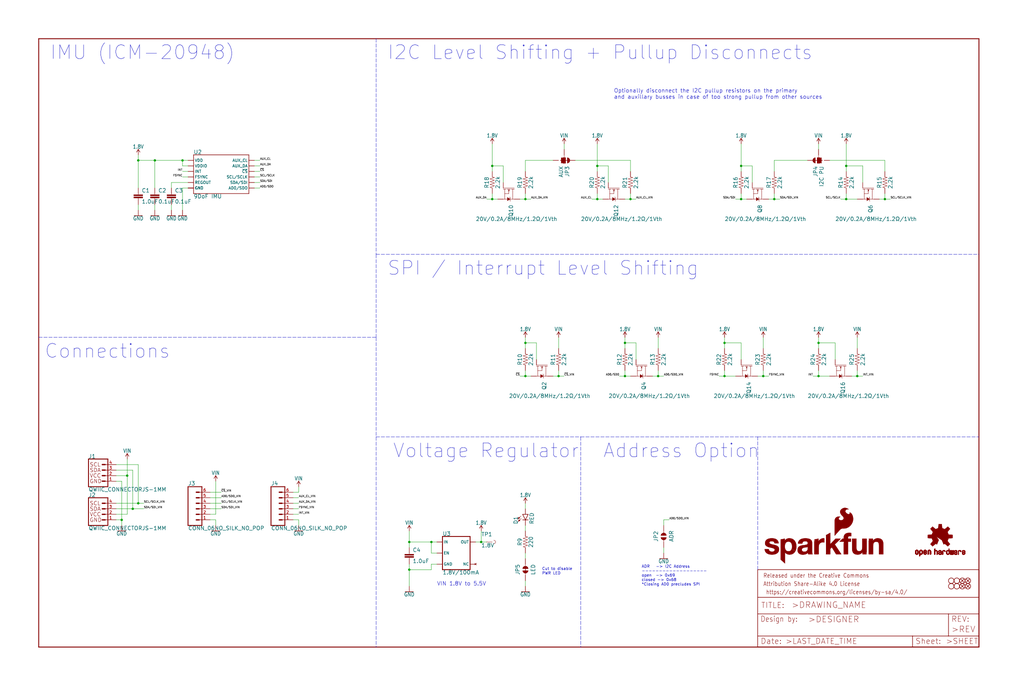
<source format=kicad_sch>
(kicad_sch (version 20211123) (generator eeschema)
  (paper "User" 470.306 318.364)
  (lib_symbols
    (symbol "schematicEagle-eagle-import:0.1UF-0603-25V-5%"
      (property "Reference" "C" (at 1.524 2.921 0))
      (property "Value" "0.1UF-0603-25V-5%" (at 1.524 -2.159 0))
      (symbol "0.1UF-0603-25V-5%_1_0"
        (pin passive line (at 0 5.08 270) (length 2.54) (name "1") (number "1"))
        (pin passive line (at 0 -2.54 90) (length 2.54) (name "2") (number "2"))
      )
    )
    (symbol "schematicEagle-eagle-import:1.0UF-0603-16V-10%-X7R"
      (property "Reference" "C" (at 1.524 2.921 0))
      (property "Value" "1.0UF-0603-16V-10%-X7R" (at 1.524 -2.159 0))
      (symbol "1.0UF-0603-16V-10%-X7R_1_0"
        (pin passive line (at 0 5.08 270) (length 2.54) (name "1") (number "1"))
        (pin passive line (at 0 -2.54 90) (length 2.54) (name "2") (number "2"))
      )
    )
    (symbol "schematicEagle-eagle-import:1.8V" (power)
      (property "Value" "1.8V" (at 0 2.794 0))
      (symbol "1.8V_1_0"
        (pin power_in line (at 0 0 90) (length 2.54) (name "1.8V") (number "1"))
      )
    )
    (symbol "schematicEagle-eagle-import:2.2KOHM-0402T-1{slash}16W-1%"
      (property "Reference" "R" (at 0 1.524 0))
      (property "Value" "2.2KOHM-0402T-1{slash}16W-1%" (at 0 -1.524 0))
      (symbol "2.2KOHM-0402T-1{slash}16W-1%_1_0"
        (pin passive line (at -5.08 0 0) (length 2.54) (name "1") (number "1"))
        (pin passive line (at 5.08 0 180) (length 2.54) (name "2") (number "2"))
      )
    )
    (symbol "schematicEagle-eagle-import:220OHM-0603-1{slash}10W-1%"
      (property "Reference" "R" (at 0 1.524 0))
      (property "Value" "220OHM-0603-1{slash}10W-1%" (at 0 -1.524 0))
      (symbol "220OHM-0603-1{slash}10W-1%_1_0"
        (pin passive line (at -5.08 0 0) (length 2.54) (name "1") (number "1"))
        (pin passive line (at 5.08 0 180) (length 2.54) (name "2") (number "2"))
      )
    )
    (symbol "schematicEagle-eagle-import:CONN_06NO_SILK_NO_POP"
      (property "Reference" "J" (at -5.08 10.668 0))
      (property "Value" "CONN_06NO_SILK_NO_POP" (at -5.08 -9.906 0))
      (symbol "CONN_06NO_SILK_NO_POP_1_0"
        (pin passive line (at 5.08 -5.08 180) (length 5.08) (name "1") (number "1"))
        (pin passive line (at 5.08 -2.54 180) (length 5.08) (name "2") (number "2"))
        (pin passive line (at 5.08 0 180) (length 5.08) (name "3") (number "3"))
        (pin passive line (at 5.08 2.54 180) (length 5.08) (name "4") (number "4"))
        (pin passive line (at 5.08 5.08 180) (length 5.08) (name "5") (number "5"))
        (pin passive line (at 5.08 7.62 180) (length 5.08) (name "6") (number "6"))
      )
    )
    (symbol "schematicEagle-eagle-import:FIDUCIAL1X2")
    (symbol "schematicEagle-eagle-import:FRAME-LEDGER"
      (symbol "FRAME-LEDGER_2_0"
        (text " https://creativecommons.org/licenses/by-sa/4.0/" (at 2.54 24.13 0) (effects (font (size 1.9304 1.6408)) (justify left bottom)))
        (text ">DESIGNER" (at 23.114 11.176 0) (effects (font (size 2.7432 2.7432)) (justify left bottom)))
        (text ">DRAWING_NAME" (at 15.494 17.78 0) (effects (font (size 2.7432 2.7432)) (justify left bottom)))
        (text ">LAST_DATE_TIME" (at 12.7 1.27 0) (effects (font (size 2.54 2.54)) (justify left bottom)))
        (text ">REV" (at 88.9 6.604 0) (effects (font (size 2.7432 2.7432)) (justify left bottom)))
        (text ">SHEET" (at 86.36 1.27 0) (effects (font (size 2.54 2.54)) (justify left bottom)))
        (text "Attribution Share-Alike 4.0 License" (at 2.54 27.94 0) (effects (font (size 1.9304 1.6408)) (justify left bottom)))
        (text "Date:" (at 1.27 1.27 0) (effects (font (size 2.54 2.54)) (justify left bottom)))
        (text "Design by:" (at 1.27 11.43 0) (effects (font (size 2.54 2.159)) (justify left bottom)))
        (text "Released under the Creative Commons" (at 2.54 31.75 0) (effects (font (size 1.9304 1.6408)) (justify left bottom)))
        (text "REV:" (at 88.9 11.43 0) (effects (font (size 2.54 2.54)) (justify left bottom)))
        (text "Sheet:" (at 72.39 1.27 0) (effects (font (size 2.54 2.54)) (justify left bottom)))
        (text "TITLE:" (at 1.524 17.78 0) (effects (font (size 2.54 2.54)) (justify left bottom)))
      )
    )
    (symbol "schematicEagle-eagle-import:GND" (power)
      (property "Value" "GND" (at 0 -0.254 0))
      (symbol "GND_1_0"
        (pin power_in line (at 0 2.54 270) (length 2.54) (name "GND") (number "1"))
      )
    )
    (symbol "schematicEagle-eagle-import:ICM-20948"
      (property "Reference" "U" (at -12.7 10.414 0))
      (property "Value" "ICM-20948" (at -12.7 -7.874 0))
      (symbol "ICM-20948_1_0"
        (pin bidirectional line (at -15.24 -2.54 0) (length 2.54) (name "REGOUT") (number "10"))
        (pin bidirectional line (at -15.24 0 0) (length 2.54) (name "FSYNC") (number "11"))
        (pin bidirectional line (at -15.24 2.54 0) (length 2.54) (name "INT") (number "12"))
        (pin bidirectional line (at -15.24 7.62 0) (length 2.54) (name "VDD") (number "13"))
        (pin bidirectional line (at -15.24 -5.08 0) (length 2.54) (name "GND") (number "18"))
        (pin bidirectional line (at -15.24 -5.08 0) (length 2.54) (name "GND") (number "20"))
        (pin bidirectional line (at 15.24 5.08 180) (length 2.54) (name "AUX_DA") (number "21"))
        (pin bidirectional line (at 15.24 2.54 180) (length 2.54) (name "~{CS}") (number "22"))
        (pin bidirectional line (at 15.24 0 180) (length 2.54) (name "SCL/SCLK") (number "23"))
        (pin bidirectional line (at 15.24 -2.54 180) (length 2.54) (name "SDA/SDI") (number "24"))
        (pin bidirectional line (at 15.24 7.62 180) (length 2.54) (name "AUX_CL") (number "7"))
        (pin bidirectional line (at -15.24 5.08 0) (length 2.54) (name "VDDIO") (number "8"))
        (pin bidirectional line (at 15.24 -5.08 180) (length 2.54) (name "AD0/SDO") (number "9"))
      )
    )
    (symbol "schematicEagle-eagle-import:JUMPER-SMT_2_NC_TRACE_SILK"
      (property "Reference" "JP" (at -2.54 2.54 0))
      (property "Value" "JUMPER-SMT_2_NC_TRACE_SILK" (at -2.54 -2.54 0))
      (symbol "JUMPER-SMT_2_NC_TRACE_SILK_1_0"
        (pin passive line (at -5.08 0 0) (length 2.54) (name "1") (number "1"))
        (pin passive line (at 5.08 0 180) (length 2.54) (name "2") (number "2"))
      )
    )
    (symbol "schematicEagle-eagle-import:JUMPER-SMT_2_NO_SILK"
      (property "Reference" "JP" (at -2.54 2.54 0))
      (property "Value" "JUMPER-SMT_2_NO_SILK" (at -2.54 -2.54 0))
      (symbol "JUMPER-SMT_2_NO_SILK_1_0"
        (pin passive line (at -5.08 0 0) (length 2.54) (name "1") (number "1"))
        (pin passive line (at 5.08 0 180) (length 2.54) (name "2") (number "2"))
      )
    )
    (symbol "schematicEagle-eagle-import:JUMPER-SMT_3_2-NC_TRACE_SILK"
      (property "Reference" "JP" (at 2.54 0.381 0))
      (property "Value" "JUMPER-SMT_3_2-NC_TRACE_SILK" (at 2.54 -0.381 0))
      (symbol "JUMPER-SMT_3_2-NC_TRACE_SILK_1_0"
        (pin passive line (at 0 5.08 270) (length 2.54) (name "1") (number "1"))
        (pin passive line (at -5.08 0 0) (length 2.54) (name "2") (number "2"))
        (pin passive line (at 0 -5.08 90) (length 2.54) (name "3") (number "3"))
      )
    )
    (symbol "schematicEagle-eagle-import:LED-RED0603"
      (property "Reference" "D" (at -3.429 -4.572 90))
      (property "Value" "LED-RED0603" (at 1.905 -4.572 90))
      (symbol "LED-RED0603_1_0"
        (pin passive line (at 0 2.54 270) (length 2.54) (name "A") (number "A"))
        (pin passive line (at 0 -5.08 90) (length 2.54) (name "C") (number "C"))
      )
    )
    (symbol "schematicEagle-eagle-import:MOSFET-NCH-RE1C002UN"
      (property "Reference" "Q" (at 5.08 0 0))
      (property "Value" "MOSFET-NCH-RE1C002UN" (at 5.08 -2.54 0))
      (symbol "MOSFET-NCH-RE1C002UN_1_0"
        (pin bidirectional line (at -5.08 -2.54 0) (length 2.54) (name "G") (number "1"))
        (pin bidirectional line (at 2.54 -5.08 90) (length 2.54) (name "S") (number "2"))
        (pin bidirectional line (at 2.54 5.08 270) (length 2.54) (name "D") (number "3"))
      )
    )
    (symbol "schematicEagle-eagle-import:OSHW-LOGOMINI")
    (symbol "schematicEagle-eagle-import:QWIIC_CONNECTORJS-1MM"
      (property "Reference" "J" (at -5.08 7.874 0))
      (property "Value" "QWIIC_CONNECTORJS-1MM" (at -5.08 -5.334 0))
      (symbol "QWIIC_CONNECTORJS-1MM_1_0"
        (text "GND" (at -4.572 -2.54 0) (effects (font (size 1.778 1.778)) (justify left)))
        (text "SCL" (at -4.572 5.08 0) (effects (font (size 1.778 1.778)) (justify left)))
        (text "SDA" (at -4.572 2.54 0) (effects (font (size 1.778 1.778)) (justify left)))
        (text "VCC" (at -4.572 0 0) (effects (font (size 1.778 1.778)) (justify left)))
        (pin power_in line (at 7.62 -2.54 180) (length 5.08) (name "1") (number "1"))
        (pin power_in line (at 7.62 0 180) (length 5.08) (name "2") (number "2"))
        (pin passive line (at 7.62 2.54 180) (length 5.08) (name "3") (number "3"))
        (pin passive line (at 7.62 5.08 180) (length 5.08) (name "4") (number "4"))
      )
    )
    (symbol "schematicEagle-eagle-import:SFE_LOGO_NAME_FLAME.1_INCH")
    (symbol "schematicEagle-eagle-import:STAND-OFF")
    (symbol "schematicEagle-eagle-import:TEST-POINT3"
      (property "Reference" "TP" (at -2.54 2.54 0))
      (property "Value" "TEST-POINT3" (at -2.54 -2.54 0))
      (symbol "TEST-POINT3_1_0"
        (pin bidirectional line (at 0 0 180) (length 0) (name "1") (number "P$1"))
      )
    )
    (symbol "schematicEagle-eagle-import:VIN" (power)
      (property "Value" "VIN" (at 0 2.794 0))
      (symbol "VIN_1_0"
        (pin power_in line (at 0 0 90) (length 2.54) (name "VIN") (number "1"))
      )
    )
    (symbol "schematicEagle-eagle-import:V_REG_SP6214-1.8V"
      (property "Reference" "U" (at -7.62 7.874 0))
      (property "Value" "V_REG_SP6214-1.8V" (at -7.62 -7.874 0))
      (symbol "V_REG_SP6214-1.8V_1_0"
        (pin input line (at -10.16 5.08 0) (length 2.54) (name "IN") (number "1"))
        (pin input line (at -10.16 -5.08 0) (length 2.54) (name "GND") (number "2"))
        (pin input line (at -10.16 0 0) (length 2.54) (name "EN") (number "3"))
        (pin no_connect line (at 7.62 -5.08 180) (length 2.54) (name "NC") (number "4"))
        (pin passive line (at 7.62 5.08 180) (length 2.54) (name "OUT") (number "5"))
      )
    )
  )
  (junction (at 63.5 73.66))
  (junction (at 406.4 91.44))
  (junction (at 226.06 91.44))
  (junction (at 256.54 172.72))
  (junction (at 241.3 172.72))
  (junction (at 220.98 248.92))
  (junction (at 375.92 172.72))
  (junction (at 302.26 172.72))
  (junction (at 83.82 73.66))
  (junction (at 187.96 248.92))
  (junction (at 332.74 157.48))
  (junction (at 340.36 76.2))
  (junction (at 55.88 238.76))
  (junction (at 241.3 157.48))
  (junction (at 226.06 76.2))
  (junction (at 274.32 76.2))
  (junction (at 71.12 73.66))
  (junction (at 58.42 218.44))
  (junction (at 350.52 172.72))
  (junction (at 287.02 157.48))
  (junction (at 241.3 91.44))
  (junction (at 388.62 76.2))
  (junction (at 332.74 172.72))
  (junction (at 287.02 172.72))
  (junction (at 63.5 231.14))
  (junction (at 274.32 91.44))
  (junction (at 388.62 91.44))
  (junction (at 340.36 91.44))
  (junction (at 375.92 157.48))
  (junction (at 198.12 248.92))
  (junction (at 355.6 91.44))
  (junction (at 187.96 261.62))
  (junction (at 60.96 233.68))
  (junction (at 393.7 172.72))
  (junction (at 289.56 91.44))
  (polyline (pts (xy 266.7 200.66) (xy 266.7 297.18)))
  (wire (pts (xy 119.38 83.82) (xy 116.84 83.82)))
  (wire (pts (xy 340.36 91.44) (xy 342.9 91.44)))
  (wire (pts (xy 304.8 251.46) (xy 304.8 254)))
  (wire (pts (xy 241.3 73.66) (xy 254 73.66)))
  (wire (pts (xy 99.06 236.22) (xy 99.06 220.98)))
  (wire (pts (xy 388.62 88.9) (xy 388.62 91.44)))
  (wire (pts (xy 220.98 248.92) (xy 223.52 248.92)))
  (wire (pts (xy 200.66 254) (xy 198.12 254)))
  (wire (pts (xy 63.5 71.12) (xy 63.5 73.66)))
  (wire (pts (xy 292.1 165.1) (xy 292.1 157.48)))
  (wire (pts (xy 119.38 73.66) (xy 116.84 73.66)))
  (wire (pts (xy 60.96 233.68) (xy 53.34 233.68)))
  (wire (pts (xy 241.3 241.3) (xy 241.3 243.84)))
  (wire (pts (xy 86.36 76.2) (xy 83.82 76.2)))
  (wire (pts (xy 381 73.66) (xy 406.4 73.66)))
  (wire (pts (xy 231.14 76.2) (xy 226.06 76.2)))
  (wire (pts (xy 63.5 231.14) (xy 53.34 231.14)))
  (wire (pts (xy 287.02 91.44) (xy 289.56 91.44)))
  (wire (pts (xy 200.66 248.92) (xy 198.12 248.92)))
  (wire (pts (xy 58.42 218.44) (xy 58.42 210.82)))
  (wire (pts (xy 350.52 170.18) (xy 350.52 172.72)))
  (wire (pts (xy 302.26 160.02) (xy 302.26 154.94)))
  (wire (pts (xy 241.3 266.7) (xy 241.3 269.24)))
  (wire (pts (xy 393.7 172.72) (xy 396.24 172.72)))
  (wire (pts (xy 86.36 81.28) (xy 83.82 81.28)))
  (wire (pts (xy 137.16 236.22) (xy 134.62 236.22)))
  (wire (pts (xy 187.96 248.92) (xy 187.96 251.46)))
  (wire (pts (xy 53.34 215.9) (xy 60.96 215.9)))
  (wire (pts (xy 406.4 88.9) (xy 406.4 91.44)))
  (wire (pts (xy 393.7 170.18) (xy 393.7 172.72)))
  (wire (pts (xy 241.3 254) (xy 241.3 256.54)))
  (wire (pts (xy 137.16 223.52) (xy 137.16 226.06)))
  (wire (pts (xy 187.96 261.62) (xy 198.12 261.62)))
  (wire (pts (xy 241.3 78.74) (xy 241.3 73.66)))
  (wire (pts (xy 78.74 93.98) (xy 78.74 96.52)))
  (wire (pts (xy 355.6 91.44) (xy 358.14 91.44)))
  (wire (pts (xy 231.14 83.82) (xy 231.14 76.2)))
  (wire (pts (xy 241.3 91.44) (xy 243.84 91.44)))
  (wire (pts (xy 58.42 218.44) (xy 58.42 236.22)))
  (wire (pts (xy 350.52 172.72) (xy 353.06 172.72)))
  (wire (pts (xy 292.1 157.48) (xy 287.02 157.48)))
  (wire (pts (xy 63.5 213.36) (xy 63.5 231.14)))
  (wire (pts (xy 353.06 91.44) (xy 355.6 91.44)))
  (wire (pts (xy 86.36 83.82) (xy 78.74 83.82)))
  (wire (pts (xy 393.7 160.02) (xy 393.7 154.94)))
  (wire (pts (xy 375.92 154.94) (xy 375.92 157.48)))
  (wire (pts (xy 226.06 91.44) (xy 228.6 91.44)))
  (wire (pts (xy 388.62 78.74) (xy 388.62 76.2)))
  (wire (pts (xy 350.52 160.02) (xy 350.52 154.94)))
  (wire (pts (xy 137.16 233.68) (xy 134.62 233.68)))
  (wire (pts (xy 83.82 78.74) (xy 86.36 78.74)))
  (wire (pts (xy 187.96 259.08) (xy 187.96 261.62)))
  (wire (pts (xy 375.92 172.72) (xy 381 172.72)))
  (wire (pts (xy 241.3 170.18) (xy 241.3 172.72)))
  (wire (pts (xy 71.12 73.66) (xy 63.5 73.66)))
  (wire (pts (xy 299.72 172.72) (xy 302.26 172.72)))
  (wire (pts (xy 302.26 172.72) (xy 304.8 172.72)))
  (wire (pts (xy 226.06 78.74) (xy 226.06 76.2)))
  (polyline (pts (xy 172.72 200.66) (xy 172.72 297.18)))
  (wire (pts (xy 137.16 238.76) (xy 137.16 241.3)))
  (wire (pts (xy 304.8 238.76) (xy 307.34 238.76)))
  (wire (pts (xy 53.34 238.76) (xy 55.88 238.76)))
  (wire (pts (xy 58.42 236.22) (xy 53.34 236.22)))
  (wire (pts (xy 254 172.72) (xy 256.54 172.72)))
  (wire (pts (xy 187.96 243.84) (xy 187.96 248.92)))
  (wire (pts (xy 83.82 86.36) (xy 86.36 86.36)))
  (wire (pts (xy 134.62 226.06) (xy 137.16 226.06)))
  (wire (pts (xy 340.36 66.04) (xy 340.36 76.2)))
  (wire (pts (xy 375.92 66.04) (xy 375.92 68.58)))
  (wire (pts (xy 78.74 83.82) (xy 78.74 86.36)))
  (wire (pts (xy 332.74 170.18) (xy 332.74 172.72)))
  (wire (pts (xy 355.6 73.66) (xy 370.84 73.66)))
  (wire (pts (xy 246.38 165.1) (xy 246.38 157.48)))
  (wire (pts (xy 101.6 226.06) (xy 96.52 226.06)))
  (wire (pts (xy 289.56 73.66) (xy 289.56 78.74)))
  (wire (pts (xy 347.98 172.72) (xy 350.52 172.72)))
  (wire (pts (xy 287.02 160.02) (xy 287.02 157.48)))
  (wire (pts (xy 101.6 231.14) (xy 96.52 231.14)))
  (wire (pts (xy 71.12 73.66) (xy 71.12 86.36)))
  (polyline (pts (xy 172.72 116.84) (xy 449.58 116.84)))
  (wire (pts (xy 256.54 170.18) (xy 256.54 172.72)))
  (polyline (pts (xy 172.72 17.78) (xy 172.72 116.84)))
  (wire (pts (xy 375.92 170.18) (xy 375.92 172.72)))
  (wire (pts (xy 238.76 91.44) (xy 241.3 91.44)))
  (wire (pts (xy 218.44 248.92) (xy 220.98 248.92)))
  (wire (pts (xy 340.36 157.48) (xy 332.74 157.48)))
  (wire (pts (xy 119.38 76.2) (xy 116.84 76.2)))
  (wire (pts (xy 332.74 154.94) (xy 332.74 157.48)))
  (wire (pts (xy 256.54 172.72) (xy 259.08 172.72)))
  (wire (pts (xy 355.6 88.9) (xy 355.6 91.44)))
  (polyline (pts (xy 172.72 116.84) (xy 172.72 154.94)))
  (wire (pts (xy 55.88 238.76) (xy 55.88 241.3)))
  (wire (pts (xy 406.4 91.44) (xy 408.94 91.44)))
  (wire (pts (xy 330.2 172.72) (xy 332.74 172.72)))
  (wire (pts (xy 99.06 238.76) (xy 99.06 241.3)))
  (wire (pts (xy 403.86 91.44) (xy 406.4 91.44)))
  (wire (pts (xy 241.3 160.02) (xy 241.3 157.48)))
  (wire (pts (xy 223.52 91.44) (xy 226.06 91.44)))
  (wire (pts (xy 264.16 73.66) (xy 289.56 73.66)))
  (wire (pts (xy 388.62 91.44) (xy 393.7 91.44)))
  (wire (pts (xy 71.12 93.98) (xy 71.12 96.52)))
  (wire (pts (xy 287.02 172.72) (xy 289.56 172.72)))
  (wire (pts (xy 373.38 172.72) (xy 375.92 172.72)))
  (wire (pts (xy 66.04 231.14) (xy 63.5 231.14)))
  (wire (pts (xy 332.74 172.72) (xy 337.82 172.72)))
  (wire (pts (xy 55.88 238.76) (xy 55.88 220.98)))
  (wire (pts (xy 388.62 66.04) (xy 388.62 76.2)))
  (wire (pts (xy 101.6 228.6) (xy 96.52 228.6)))
  (wire (pts (xy 271.78 91.44) (xy 274.32 91.44)))
  (wire (pts (xy 55.88 220.98) (xy 53.34 220.98)))
  (wire (pts (xy 304.8 238.76) (xy 304.8 241.3)))
  (wire (pts (xy 198.12 248.92) (xy 187.96 248.92)))
  (wire (pts (xy 119.38 86.36) (xy 116.84 86.36)))
  (wire (pts (xy 391.16 172.72) (xy 393.7 172.72)))
  (wire (pts (xy 383.54 157.48) (xy 375.92 157.48)))
  (wire (pts (xy 83.82 76.2) (xy 83.82 73.66)))
  (wire (pts (xy 289.56 91.44) (xy 292.1 91.44)))
  (wire (pts (xy 83.82 73.66) (xy 71.12 73.66)))
  (wire (pts (xy 386.08 91.44) (xy 388.62 91.44)))
  (polyline (pts (xy 172.72 200.66) (xy 266.7 200.66)))
  (wire (pts (xy 241.3 172.72) (xy 243.84 172.72)))
  (wire (pts (xy 220.98 248.92) (xy 220.98 243.84)))
  (wire (pts (xy 279.4 76.2) (xy 274.32 76.2)))
  (wire (pts (xy 119.38 81.28) (xy 116.84 81.28)))
  (wire (pts (xy 101.6 233.68) (xy 96.52 233.68)))
  (polyline (pts (xy 347.98 200.66) (xy 449.58 200.66)))
  (wire (pts (xy 287.02 154.94) (xy 287.02 157.48)))
  (wire (pts (xy 134.62 238.76) (xy 137.16 238.76)))
  (wire (pts (xy 63.5 93.98) (xy 63.5 96.52)))
  (wire (pts (xy 340.36 78.74) (xy 340.36 76.2)))
  (wire (pts (xy 332.74 160.02) (xy 332.74 157.48)))
  (wire (pts (xy 60.96 233.68) (xy 66.04 233.68)))
  (wire (pts (xy 241.3 88.9) (xy 241.3 91.44)))
  (wire (pts (xy 226.06 66.04) (xy 226.06 76.2)))
  (wire (pts (xy 60.96 215.9) (xy 60.96 233.68)))
  (wire (pts (xy 406.4 73.66) (xy 406.4 78.74)))
  (wire (pts (xy 53.34 213.36) (xy 63.5 213.36)))
  (polyline (pts (xy 172.72 154.94) (xy 172.72 200.66)))
  (polyline (pts (xy 17.78 154.94) (xy 172.72 154.94)))
  (wire (pts (xy 96.52 236.22) (xy 99.06 236.22)))
  (wire (pts (xy 337.82 91.44) (xy 340.36 91.44)))
  (wire (pts (xy 284.48 172.72) (xy 287.02 172.72)))
  (wire (pts (xy 279.4 83.82) (xy 279.4 76.2)))
  (wire (pts (xy 83.82 96.52) (xy 83.82 86.36)))
  (wire (pts (xy 355.6 78.74) (xy 355.6 73.66)))
  (wire (pts (xy 287.02 170.18) (xy 287.02 172.72)))
  (wire (pts (xy 396.24 76.2) (xy 388.62 76.2)))
  (polyline (pts (xy 266.7 200.66) (xy 347.98 200.66)))
  (wire (pts (xy 241.3 233.68) (xy 241.3 231.14)))
  (wire (pts (xy 259.08 66.04) (xy 259.08 68.58)))
  (wire (pts (xy 396.24 83.82) (xy 396.24 76.2)))
  (wire (pts (xy 274.32 66.04) (xy 274.32 76.2)))
  (wire (pts (xy 187.96 269.24) (xy 187.96 261.62)))
  (wire (pts (xy 345.44 83.82) (xy 345.44 76.2)))
  (wire (pts (xy 238.76 172.72) (xy 241.3 172.72)))
  (wire (pts (xy 289.56 88.9) (xy 289.56 91.44)))
  (wire (pts (xy 200.66 259.08) (xy 198.12 259.08)))
  (wire (pts (xy 137.16 231.14) (xy 134.62 231.14)))
  (wire (pts (xy 340.36 165.1) (xy 340.36 157.48)))
  (wire (pts (xy 137.16 228.6) (xy 134.62 228.6)))
  (wire (pts (xy 53.34 218.44) (xy 58.42 218.44)))
  (polyline (pts (xy 347.98 261.62) (xy 347.98 200.66)))
  (wire (pts (xy 198.12 254) (xy 198.12 248.92)))
  (wire (pts (xy 274.32 78.74) (xy 274.32 76.2)))
  (wire (pts (xy 340.36 88.9) (xy 340.36 91.44)))
  (wire (pts (xy 246.38 157.48) (xy 241.3 157.48)))
  (wire (pts (xy 198.12 259.08) (xy 198.12 261.62)))
  (wire (pts (xy 274.32 88.9) (xy 274.32 91.44)))
  (wire (pts (xy 119.38 78.74) (xy 116.84 78.74)))
  (wire (pts (xy 226.06 88.9) (xy 226.06 91.44)))
  (wire (pts (xy 302.26 170.18) (xy 302.26 172.72)))
  (wire (pts (xy 241.3 154.94) (xy 241.3 157.48)))
  (wire (pts (xy 274.32 91.44) (xy 276.86 91.44)))
  (wire (pts (xy 375.92 160.02) (xy 375.92 157.48)))
  (wire (pts (xy 63.5 73.66) (xy 63.5 86.36)))
  (wire (pts (xy 383.54 165.1) (xy 383.54 157.48)))
  (wire (pts (xy 345.44 76.2) (xy 340.36 76.2)))
  (wire (pts (xy 83.82 73.66) (xy 86.36 73.66)))
  (wire (pts (xy 96.52 238.76) (xy 99.06 238.76)))
  (wire (pts (xy 256.54 160.02) (xy 256.54 154.94)))
  (text "Cut to disable\nPWR LED" (at 248.92 264.16 180) (effects (font (size 1.27 1.27)) (justify left bottom)))
  (text "ADR   -> I2C Address\n-------------------\nopen  -> 0x69\nclosed -> 0x68\n*Closing AD0 precludes SPI" (at 294.64 269.24 0) (effects (font (size 1.27 1.27)) (justify left bottom)))
  (text "I2C Level Shifting + Pullup Disconnects" (at 177.8 27.94 180) (effects (font (size 6.35 6.35)) (justify left bottom)))
  (text "Connections" (at 20.32 165.1 180) (effects (font (size 6.35 6.35)) (justify left bottom)))
  (text "VIN 1.8V to 5.5V" (at 200.66 269.24 180) (effects (font (size 1.778 1.778)) (justify left bottom)))
  (text "Voltage Regulator" (at 180.34 210.82 180) (effects (font (size 6.35 6.35)) (justify left bottom)))
  (text "IMU (ICM-20948)" (at 22.86 27.94 180) (effects (font (size 6.35 6.35)) (justify left bottom)))
  (text "SPI / Interrupt Level Shifting" (at 177.8 127 180) (effects (font (size 6.35 6.35)) (justify left bottom)))
  (text "Optionally disconnect the I2C pullup resistors on the primary\nand auxillary busses in case of too strong pullup from other sources" (at 281.94 45.72 0) (effects (font (size 1.778 1.778)) (justify left bottom)))
  (text "Address Option" (at 276.86 210.82 180) (effects (font (size 6.35 6.35)) (justify left bottom)))
  (label "FSYNC" (at 83.82 81.28 180) (effects (font (size 0.889 0.889))))
  (label "FSYNC" (at 330.2 172.72 180) (effects (font (size 0.889 0.889))))
  (label "AUX_DA_VIN" (at 243.84 91.44 0) (effects (font (size 0.889 0.889))))
  (label "AD0/SDO" (at 119.38 86.36 0) (effects (font (size 0.889 0.889))))
  (label "~{CS}" (at 119.38 78.74 0) (effects (font (size 0.889 0.889))))
  (label "AUX_DA" (at 223.52 91.44 180) (effects (font (size 0.889 0.889))))
  (label "INT" (at 373.38 172.72 180) (effects (font (size 0.889 0.889))))
  (label "AUX_CL_VIN" (at 292.1 91.44 0) (effects (font (size 0.889 0.889))))
  (label "~{CS}" (at 238.76 172.72 180) (effects (font (size 0.889 0.889))))
  (label "INT_VIN" (at 137.16 236.22 0) (effects (font (size 0.889 0.889))))
  (label "SCL/SCLK_VIN" (at 66.04 231.14 0) (effects (font (size 0.889 0.889))))
  (label "AD0/SDO" (at 284.48 172.72 180) (effects (font (size 0.889 0.889))))
  (label "AUX_DA_VIN" (at 137.16 231.14 0) (effects (font (size 0.889 0.889))))
  (label "SDA/SDI" (at 337.82 91.44 180) (effects (font (size 0.889 0.889))))
  (label "~{CS}_VIN" (at 259.08 172.72 0) (effects (font (size 0.889 0.889))))
  (label "INT" (at 83.82 78.74 180) (effects (font (size 0.889 0.889))))
  (label "AUX_CL" (at 271.78 91.44 180) (effects (font (size 0.889 0.889))))
  (label "SDA/SDI_VIN" (at 66.04 233.68 0) (effects (font (size 0.889 0.889))))
  (label "SCL/SCLK_VIN" (at 408.94 91.44 0) (effects (font (size 0.889 0.889))))
  (label "~{CS}_VIN" (at 101.6 226.06 0) (effects (font (size 0.889 0.889))))
  (label "SCL/SCLK" (at 386.08 91.44 180) (effects (font (size 0.889 0.889))))
  (label "AUX_CL" (at 119.38 73.66 0) (effects (font (size 0.889 0.889))))
  (label "SDA/SDI" (at 119.38 83.82 0) (effects (font (size 0.889 0.889))))
  (label "AD0/SDO_VIN" (at 304.8 172.72 0) (effects (font (size 0.889 0.889))))
  (label "AD0/SDO_VIN" (at 307.34 238.76 0) (effects (font (size 0.889 0.889))))
  (label "AUX_CL_VIN" (at 137.16 228.6 0) (effects (font (size 0.889 0.889))))
  (label "AUX_DA" (at 119.38 76.2 0) (effects (font (size 0.889 0.889))))
  (label "FSYNC_VIN" (at 353.06 172.72 0) (effects (font (size 0.889 0.889))))
  (label "SCL/SCLK_VIN" (at 101.6 231.14 0) (effects (font (size 0.889 0.889))))
  (label "SDA/SDI_VIN" (at 358.14 91.44 0) (effects (font (size 0.889 0.889))))
  (label "INT_VIN" (at 396.24 172.72 0) (effects (font (size 0.889 0.889))))
  (label "SDA/SDI_VIN" (at 101.6 233.68 0) (effects (font (size 0.889 0.889))))
  (label "FSYNC_VIN" (at 137.16 233.68 0) (effects (font (size 0.889 0.889))))
  (label "AD0/SDO_VIN" (at 101.6 228.6 0) (effects (font (size 0.889 0.889))))
  (label "SCL/SCLK" (at 119.38 81.28 0) (effects (font (size 0.889 0.889))))
  (symbol (lib_id "schematicEagle-eagle-import:2.2KOHM-0402T-1{slash}16W-1%") (at 274.32 83.82 90) (unit 1)
    (property "Reference" "R20" (at 272.796 83.82 0) (effects (font (size 1.778 1.778)) (justify bottom)))
    (property "Value" "2.2k" (at 275.844 83.82 0) (effects (font (size 1.778 1.778)) (justify top)))
    (property "Footprint" "schematicEagle:0402-TIGHT" (effects hide))
  )
  (symbol (lib_id "schematicEagle-eagle-import:MOSFET-NCH-RE1C002UN") (at 248.92 170.18 270) (unit 1)
    (property "Reference" "Q2" (at 248.92 175.26 0) (effects (font (size 1.778 1.778)) (justify left bottom)))
    (property "Value" "20V/0.2A/8MHz/1.2Ω/1Vth" (at 233.68 182.88 90) (effects (font (size 1.778 1.778)) (justify left bottom)))
    (property "Footprint" "schematicEagle:SOT-416FL" (effects hide))
  )
  (symbol (lib_id "schematicEagle-eagle-import:MOSFET-NCH-RE1C002UN") (at 342.9 170.18 270) (unit 1)
    (property "Reference" "Q14" (at 342.9 175.26 0) (effects (font (size 1.778 1.778)) (justify left bottom)))
    (property "Value" "20V/0.2A/8MHz/1.2Ω/1Vth" (at 327.66 182.88 90) (effects (font (size 1.778 1.778)) (justify left bottom)))
    (property "Footprint" "schematicEagle:SOT-416FL" (effects hide))
  )
  (symbol (lib_id "schematicEagle-eagle-import:GND") (at 137.16 243.84 0) (unit 1)
    (property "Reference" "#GND10" (effects hide))
    (property "Value" "GND" (at 137.16 244.094 0) (effects (font (size 1.778 1.5113)) (justify top)))
    (property "Footprint" "schematicEagle:" (effects hide))
  )
  (symbol (lib_id "schematicEagle-eagle-import:GND") (at 63.5 99.06 0) (unit 1)
    (property "Reference" "#GND1" (effects hide))
    (property "Value" "GND" (at 63.5 99.314 0) (effects (font (size 1.778 1.5113)) (justify top)))
    (property "Footprint" "schematicEagle:" (effects hide))
  )
  (symbol (lib_id "schematicEagle-eagle-import:JUMPER-SMT_3_2-NC_TRACE_SILK") (at 375.92 73.66 90) (mirror x) (unit 1)
    (property "Reference" "JP4" (at 375.539 76.2 0) (effects (font (size 1.778 1.778)) (justify left bottom)))
    (property "Value" "I2C PU" (at 376.301 76.2 0) (effects (font (size 1.778 1.778)) (justify left top)))
    (property "Footprint" "schematicEagle:SMT-JUMPER_3_2-NC_TRACE_SILK" (effects hide))
  )
  (symbol (lib_id "schematicEagle-eagle-import:FIDUCIAL1X2") (at 441.96 266.7 0) (unit 1)
    (property "Reference" "FD1" (effects hide))
    (property "Value" "FIDUCIAL1X2" (effects hide))
    (property "Footprint" "schematicEagle:FIDUCIAL-1X2" (effects hide))
  )
  (symbol (lib_id "schematicEagle-eagle-import:1.8V") (at 241.3 231.14 0) (unit 1)
    (property "Reference" "#SUPPLY12" (effects hide))
    (property "Value" "1.8V" (at 241.3 228.346 0) (effects (font (size 1.778 1.5113)) (justify bottom)))
    (property "Footprint" "schematicEagle:" (effects hide))
  )
  (symbol (lib_id "schematicEagle-eagle-import:GND") (at 78.74 99.06 0) (unit 1)
    (property "Reference" "#GND4" (effects hide))
    (property "Value" "GND" (at 78.74 99.314 0) (effects (font (size 1.778 1.5113)) (justify top)))
    (property "Footprint" "schematicEagle:" (effects hide))
  )
  (symbol (lib_id "schematicEagle-eagle-import:GND") (at 187.96 271.78 0) (unit 1)
    (property "Reference" "#GND12" (effects hide))
    (property "Value" "GND" (at 187.96 272.034 0) (effects (font (size 1.778 1.5113)) (justify top)))
    (property "Footprint" "schematicEagle:" (effects hide))
  )
  (symbol (lib_id "schematicEagle-eagle-import:FRAME-LEDGER") (at 347.98 297.18 0) (unit 2)
    (property "Reference" "FRAME2" (effects hide))
    (property "Value" "FRAME-LEDGER" (effects hide))
    (property "Footprint" "schematicEagle:CREATIVE_COMMONS" (effects hide))
    (property "Value" "FRAME-LEDGER" (effects hide))
    (property "Value" "FRAME-LEDGER" (effects hide))
  )
  (symbol (lib_id "schematicEagle-eagle-import:2.2KOHM-0402T-1{slash}16W-1%") (at 226.06 83.82 90) (unit 1)
    (property "Reference" "R18" (at 224.536 83.82 0) (effects (font (size 1.778 1.778)) (justify bottom)))
    (property "Value" "2.2k" (at 227.584 83.82 0) (effects (font (size 1.778 1.778)) (justify top)))
    (property "Footprint" "schematicEagle:0402-TIGHT" (effects hide))
  )
  (symbol (lib_id "schematicEagle-eagle-import:220OHM-0603-1{slash}10W-1%") (at 241.3 248.92 90) (unit 1)
    (property "Reference" "R9" (at 239.776 248.92 0) (effects (font (size 1.778 1.778)) (justify bottom)))
    (property "Value" "220" (at 242.824 248.92 0) (effects (font (size 1.778 1.778)) (justify top)))
    (property "Footprint" "schematicEagle:0603" (effects hide))
  )
  (symbol (lib_id "schematicEagle-eagle-import:MOSFET-NCH-RE1C002UN") (at 347.98 88.9 270) (unit 1)
    (property "Reference" "Q8" (at 347.98 93.98 0) (effects (font (size 1.778 1.778)) (justify left bottom)))
    (property "Value" "20V/0.2A/8MHz/1.2Ω/1Vth" (at 332.74 101.6 90) (effects (font (size 1.778 1.778)) (justify left bottom)))
    (property "Footprint" "schematicEagle:SOT-416FL" (effects hide))
  )
  (symbol (lib_id "schematicEagle-eagle-import:ICM-20948") (at 101.6 81.28 0) (unit 1)
    (property "Reference" "U2" (at 88.9 70.866 0) (effects (font (size 1.778 1.778)) (justify left bottom)))
    (property "Value" "9DoF IMU" (at 88.9 89.154 0) (effects (font (size 1.778 1.778)) (justify left top)))
    (property "Footprint" "schematicEagle:QFN24-3X3" (effects hide))
  )
  (symbol (lib_id "schematicEagle-eagle-import:VIN") (at 259.08 66.04 0) (unit 1)
    (property "Reference" "#SUPPLY2" (effects hide))
    (property "Value" "VIN" (at 259.08 63.246 0) (effects (font (size 1.778 1.5113)) (justify bottom)))
    (property "Footprint" "schematicEagle:" (effects hide))
  )
  (symbol (lib_id "schematicEagle-eagle-import:MOSFET-NCH-RE1C002UN") (at 386.08 170.18 270) (unit 1)
    (property "Reference" "Q16" (at 386.08 175.26 0) (effects (font (size 1.778 1.778)) (justify left bottom)))
    (property "Value" "20V/0.2A/8MHz/1.2Ω/1Vth" (at 370.84 182.88 90) (effects (font (size 1.778 1.778)) (justify left bottom)))
    (property "Footprint" "schematicEagle:SOT-416FL" (effects hide))
  )
  (symbol (lib_id "schematicEagle-eagle-import:GND") (at 241.3 271.78 0) (unit 1)
    (property "Reference" "#GND13" (effects hide))
    (property "Value" "GND" (at 241.3 272.034 0) (effects (font (size 1.778 1.5113)) (justify top)))
    (property "Footprint" "schematicEagle:" (effects hide))
  )
  (symbol (lib_id "schematicEagle-eagle-import:JUMPER-SMT_2_NC_TRACE_SILK") (at 241.3 261.62 90) (unit 1)
    (property "Reference" "JP5" (at 238.76 264.16 0) (effects (font (size 1.778 1.778)) (justify left bottom)))
    (property "Value" "LED" (at 243.84 264.16 0) (effects (font (size 1.778 1.778)) (justify left top)))
    (property "Footprint" "schematicEagle:SMT-JUMPER_2_NC_TRACE_SILK" (effects hide))
  )
  (symbol (lib_id "schematicEagle-eagle-import:STAND-OFF") (at 439.42 266.7 0) (unit 1)
    (property "Reference" "H3" (effects hide))
    (property "Value" "STAND-OFF" (effects hide))
    (property "Footprint" "schematicEagle:STAND-OFF" (effects hide))
  )
  (symbol (lib_id "schematicEagle-eagle-import:2.2KOHM-0402T-1{slash}16W-1%") (at 393.7 165.1 90) (unit 1)
    (property "Reference" "R25" (at 392.176 165.1 0) (effects (font (size 1.778 1.778)) (justify bottom)))
    (property "Value" "2.2k" (at 395.224 165.1 0) (effects (font (size 1.778 1.778)) (justify top)))
    (property "Footprint" "schematicEagle:0402-TIGHT" (effects hide))
  )
  (symbol (lib_id "schematicEagle-eagle-import:STAND-OFF") (at 436.88 266.7 0) (unit 1)
    (property "Reference" "H1" (effects hide))
    (property "Value" "STAND-OFF" (effects hide))
    (property "Footprint" "schematicEagle:STAND-OFF" (effects hide))
  )
  (symbol (lib_id "schematicEagle-eagle-import:VIN") (at 375.92 66.04 0) (unit 1)
    (property "Reference" "#SUPPLY11" (effects hide))
    (property "Value" "VIN" (at 375.92 63.246 0) (effects (font (size 1.778 1.5113)) (justify bottom)))
    (property "Footprint" "schematicEagle:" (effects hide))
  )
  (symbol (lib_id "schematicEagle-eagle-import:OSHW-LOGOMINI") (at 431.8 246.38 0) (unit 1)
    (property "Reference" "LOGO2" (effects hide))
    (property "Value" "OSHW-LOGOMINI" (effects hide))
    (property "Footprint" "schematicEagle:OSHW-LOGO-MINI" (effects hide))
  )
  (symbol (lib_id "schematicEagle-eagle-import:TEST-POINT3") (at 223.52 248.92 0) (unit 1)
    (property "Reference" "TP1" (at 220.98 246.38 0) (effects (font (size 1.778 1.778)) (justify left bottom)))
    (property "Value" "1.8V" (at 220.98 251.46 0) (effects (font (size 1.778 1.778)) (justify left bottom)))
    (property "Footprint" "schematicEagle:PAD.03X.03" (effects hide))
  )
  (symbol (lib_id "schematicEagle-eagle-import:LED-RED0603") (at 241.3 236.22 0) (unit 1)
    (property "Reference" "D1" (at 237.871 240.792 90) (effects (font (size 1.778 1.778)) (justify left bottom)))
    (property "Value" "RED" (at 243.205 240.792 90) (effects (font (size 1.778 1.778)) (justify left top)))
    (property "Footprint" "schematicEagle:LED-0603" (effects hide))
  )
  (symbol (lib_id "schematicEagle-eagle-import:VIN") (at 58.42 210.82 0) (unit 1)
    (property "Reference" "#SUPPLY3" (effects hide))
    (property "Value" "VIN" (at 58.42 208.026 0) (effects (font (size 1.778 1.5113)) (justify bottom)))
    (property "Footprint" "schematicEagle:" (effects hide))
  )
  (symbol (lib_id "schematicEagle-eagle-import:1.8V") (at 375.92 154.94 0) (unit 1)
    (property "Reference" "#SUPPLY28" (effects hide))
    (property "Value" "1.8V" (at 375.92 152.146 0) (effects (font (size 1.778 1.5113)) (justify bottom)))
    (property "Footprint" "schematicEagle:" (effects hide))
  )
  (symbol (lib_id "schematicEagle-eagle-import:1.0UF-0603-16V-10%-X7R") (at 63.5 91.44 0) (unit 1)
    (property "Reference" "C1" (at 65.024 88.519 0) (effects (font (size 1.778 1.778)) (justify left bottom)))
    (property "Value" "1.0uF" (at 65.024 93.599 0) (effects (font (size 1.778 1.778)) (justify left bottom)))
    (property "Footprint" "schematicEagle:0603" (effects hide))
  )
  (symbol (lib_id "schematicEagle-eagle-import:2.2KOHM-0402T-1{slash}16W-1%") (at 287.02 165.1 90) (unit 1)
    (property "Reference" "R12" (at 285.496 165.1 0) (effects (font (size 1.778 1.778)) (justify bottom)))
    (property "Value" "2.2k" (at 288.544 165.1 0) (effects (font (size 1.778 1.778)) (justify top)))
    (property "Footprint" "schematicEagle:0402-TIGHT" (effects hide))
  )
  (symbol (lib_id "schematicEagle-eagle-import:FIDUCIAL1X2") (at 441.96 269.24 0) (unit 1)
    (property "Reference" "FD2" (effects hide))
    (property "Value" "FIDUCIAL1X2" (effects hide))
    (property "Footprint" "schematicEagle:FIDUCIAL-1X2" (effects hide))
  )
  (symbol (lib_id "schematicEagle-eagle-import:VIN") (at 137.16 223.52 0) (unit 1)
    (property "Reference" "#SUPPLY13" (effects hide))
    (property "Value" "VIN" (at 137.16 220.726 0) (effects (font (size 1.778 1.5113)) (justify bottom)))
    (property "Footprint" "schematicEagle:" (effects hide))
  )
  (symbol (lib_id "schematicEagle-eagle-import:VIN") (at 256.54 154.94 0) (unit 1)
    (property "Reference" "#SUPPLY15" (effects hide))
    (property "Value" "VIN" (at 256.54 152.146 0) (effects (font (size 1.778 1.5113)) (justify bottom)))
    (property "Footprint" "schematicEagle:" (effects hide))
  )
  (symbol (lib_id "schematicEagle-eagle-import:2.2KOHM-0402T-1{slash}16W-1%") (at 375.92 165.1 90) (unit 1)
    (property "Reference" "R24" (at 374.396 165.1 0) (effects (font (size 1.778 1.778)) (justify bottom)))
    (property "Value" "2.2k" (at 377.444 165.1 0) (effects (font (size 1.778 1.778)) (justify top)))
    (property "Footprint" "schematicEagle:0402-TIGHT" (effects hide))
  )
  (symbol (lib_id "schematicEagle-eagle-import:2.2KOHM-0402T-1{slash}16W-1%") (at 241.3 83.82 90) (unit 1)
    (property "Reference" "R19" (at 239.776 83.82 0) (effects (font (size 1.778 1.778)) (justify bottom)))
    (property "Value" "2.2k" (at 242.824 83.82 0) (effects (font (size 1.778 1.778)) (justify top)))
    (property "Footprint" "schematicEagle:0402-TIGHT" (effects hide))
  )
  (symbol (lib_id "schematicEagle-eagle-import:0.1UF-0603-25V-5%") (at 71.12 91.44 0) (unit 1)
    (property "Reference" "C2" (at 72.644 88.519 0) (effects (font (size 1.778 1.778)) (justify left bottom)))
    (property "Value" "0.1uF" (at 72.644 93.599 0) (effects (font (size 1.778 1.778)) (justify left bottom)))
    (property "Footprint" "schematicEagle:0603" (effects hide))
  )
  (symbol (lib_id "schematicEagle-eagle-import:GND") (at 71.12 99.06 0) (unit 1)
    (property "Reference" "#GND2" (effects hide))
    (property "Value" "GND" (at 71.12 99.314 0) (effects (font (size 1.778 1.5113)) (justify top)))
    (property "Footprint" "schematicEagle:" (effects hide))
  )
  (symbol (lib_id "schematicEagle-eagle-import:GND") (at 55.88 243.84 0) (unit 1)
    (property "Reference" "#GND3" (effects hide))
    (property "Value" "GND" (at 55.88 244.094 0) (effects (font (size 1.778 1.5113)) (justify top)))
    (property "Footprint" "schematicEagle:" (effects hide))
  )
  (symbol (lib_id "schematicEagle-eagle-import:CONN_06NO_SILK_NO_POP") (at 129.54 233.68 0) (unit 1)
    (property "Reference" "J4" (at 124.46 223.012 0) (effects (font (size 1.778 1.778)) (justify left bottom)))
    (property "Value" "CONN_06NO_SILK_NO_POP" (at 124.46 243.586 0) (effects (font (size 1.778 1.778)) (justify left bottom)))
    (property "Footprint" "schematicEagle:1X06_NO_SILK" (effects hide))
  )
  (symbol (lib_id "schematicEagle-eagle-import:VIN") (at 187.96 243.84 0) (unit 1)
    (property "Reference" "#SUPPLY8" (effects hide))
    (property "Value" "VIN" (at 187.96 241.046 0) (effects (font (size 1.778 1.5113)) (justify bottom)))
    (property "Footprint" "schematicEagle:" (effects hide))
  )
  (symbol (lib_id "schematicEagle-eagle-import:2.2KOHM-0402T-1{slash}16W-1%") (at 350.52 165.1 90) (unit 1)
    (property "Reference" "R23" (at 348.996 165.1 0) (effects (font (size 1.778 1.778)) (justify bottom)))
    (property "Value" "2.2k" (at 352.044 165.1 0) (effects (font (size 1.778 1.778)) (justify top)))
    (property "Footprint" "schematicEagle:0402-TIGHT" (effects hide))
  )
  (symbol (lib_id "schematicEagle-eagle-import:1.8V") (at 241.3 154.94 0) (unit 1)
    (property "Reference" "#SUPPLY14" (effects hide))
    (property "Value" "1.8V" (at 241.3 152.146 0) (effects (font (size 1.778 1.5113)) (justify bottom)))
    (property "Footprint" "schematicEagle:" (effects hide))
  )
  (symbol (lib_id "schematicEagle-eagle-import:VIN") (at 99.06 220.98 0) (unit 1)
    (property "Reference" "#SUPPLY5" (effects hide))
    (property "Value" "VIN" (at 99.06 218.186 0) (effects (font (size 1.778 1.5113)) (justify bottom)))
    (property "Footprint" "schematicEagle:" (effects hide))
  )
  (symbol (lib_id "schematicEagle-eagle-import:2.2KOHM-0402T-1{slash}16W-1%") (at 332.74 165.1 90) (unit 1)
    (property "Reference" "R22" (at 331.216 165.1 0) (effects (font (size 1.778 1.778)) (justify bottom)))
    (property "Value" "2.2k" (at 334.264 165.1 0) (effects (font (size 1.778 1.778)) (justify top)))
    (property "Footprint" "schematicEagle:0402-TIGHT" (effects hide))
  )
  (symbol (lib_id "schematicEagle-eagle-import:SFE_LOGO_NAME_FLAME.1_INCH") (at 350.52 259.08 0) (unit 1)
    (property "Reference" "LOGO1" (effects hide))
    (property "Value" "SFE_LOGO_NAME_FLAME.1_INCH" (effects hide))
    (property "Footprint" "schematicEagle:SFE_LOGO_NAME_FLAME_.1" (effects hide))
  )
  (symbol (lib_id "schematicEagle-eagle-import:1.8V") (at 332.74 154.94 0) (unit 1)
    (property "Reference" "#SUPPLY26" (effects hide))
    (property "Value" "1.8V" (at 332.74 152.146 0) (effects (font (size 1.778 1.5113)) (justify bottom)))
    (property "Footprint" "schematicEagle:" (effects hide))
  )
  (symbol (lib_id "schematicEagle-eagle-import:2.2KOHM-0402T-1{slash}16W-1%") (at 241.3 165.1 90) (unit 1)
    (property "Reference" "R10" (at 239.776 165.1 0) (effects (font (size 1.778 1.778)) (justify bottom)))
    (property "Value" "2.2k" (at 242.824 165.1 0) (effects (font (size 1.778 1.778)) (justify top)))
    (property "Footprint" "schematicEagle:0402-TIGHT" (effects hide))
  )
  (symbol (lib_id "schematicEagle-eagle-import:FRAME-LEDGER") (at 17.78 297.18 0) (unit 1)
    (property "Reference" "FRAME2" (effects hide))
    (property "Value" "FRAME-LEDGER" (effects hide))
    (property "Footprint" "schematicEagle:CREATIVE_COMMONS" (effects hide))
    (property "Value" "FRAME-LEDGER" (effects hide))
    (property "Value" "FRAME-LEDGER" (effects hide))
  )
  (symbol (lib_id "schematicEagle-eagle-import:MOSFET-NCH-RE1C002UN") (at 281.94 88.9 270) (unit 1)
    (property "Reference" "Q12" (at 281.94 93.98 0) (effects (font (size 1.778 1.778)) (justify left bottom)))
    (property "Value" "20V/0.2A/8MHz/1.2Ω/1Vth" (at 266.7 101.6 90) (effects (font (size 1.778 1.778)) (justify left bottom)))
    (property "Footprint" "schematicEagle:SOT-416FL" (effects hide))
  )
  (symbol (lib_id "schematicEagle-eagle-import:1.0UF-0603-16V-10%-X7R") (at 187.96 256.54 0) (unit 1)
    (property "Reference" "C4" (at 189.484 253.619 0) (effects (font (size 1.778 1.778)) (justify left bottom)))
    (property "Value" "1.0uF" (at 189.484 258.699 0) (effects (font (size 1.778 1.778)) (justify left bottom)))
    (property "Footprint" "schematicEagle:0603" (effects hide))
  )
  (symbol (lib_id "schematicEagle-eagle-import:GND") (at 83.82 99.06 0) (unit 1)
    (property "Reference" "#GND5" (effects hide))
    (property "Value" "GND" (at 83.82 99.314 0) (effects (font (size 1.778 1.5113)) (justify top)))
    (property "Footprint" "schematicEagle:" (effects hide))
  )
  (symbol (lib_id "schematicEagle-eagle-import:STAND-OFF") (at 436.88 269.24 0) (unit 1)
    (property "Reference" "H2" (effects hide))
    (property "Value" "STAND-OFF" (effects hide))
    (property "Footprint" "schematicEagle:STAND-OFF" (effects hide))
  )
  (symbol (lib_id "schematicEagle-eagle-import:2.2KOHM-0402T-1{slash}16W-1%") (at 289.56 83.82 90) (unit 1)
    (property "Reference" "R21" (at 288.036 83.82 0) (effects (font (size 1.778 1.778)) (justify bottom)))
    (property "Value" "2.2k" (at 291.084 83.82 0) (effects (font (size 1.778 1.778)) (justify top)))
    (property "Footprint" "schematicEagle:0402-TIGHT" (effects hide))
  )
  (symbol (lib_id "schematicEagle-eagle-import:MOSFET-NCH-RE1C002UN") (at 294.64 170.18 270) (unit 1)
    (property "Reference" "Q4" (at 294.64 175.26 0) (effects (font (size 1.778 1.778)) (justify left bottom)))
    (property "Value" "20V/0.2A/8MHz/1.2Ω/1Vth" (at 279.4 182.88 90) (effects (font (size 1.778 1.778)) (justify left bottom)))
    (property "Footprint" "schematicEagle:SOT-416FL" (effects hide))
  )
  (symbol (lib_id "schematicEagle-eagle-import:1.8V") (at 226.06 66.04 0) (unit 1)
    (property "Reference" "#SUPPLY22" (effects hide))
    (property "Value" "1.8V" (at 226.06 63.246 0) (effects (font (size 1.778 1.5113)) (justify bottom)))
    (property "Footprint" "schematicEagle:" (effects hide))
  )
  (symbol (lib_id "schematicEagle-eagle-import:QWIIC_CONNECTORJS-1MM") (at 45.72 218.44 0) (unit 1)
    (property "Reference" "J1" (at 40.64 210.566 0) (effects (font (size 1.778 1.778)) (justify left bottom)))
    (property "Value" "QWIIC_CONNECTORJS-1MM" (at 40.64 223.774 0) (effects (font (size 1.778 1.778)) (justify left top)))
    (property "Footprint" "schematicEagle:JST04_1MM_RA" (effects hide))
  )
  (symbol (lib_id "schematicEagle-eagle-import:2.2KOHM-0402T-1{slash}16W-1%") (at 388.62 83.82 90) (unit 1)
    (property "Reference" "R14" (at 387.096 83.82 0) (effects (font (size 1.778 1.778)) (justify bottom)))
    (property "Value" "2.2k" (at 390.144 83.82 0) (effects (font (size 1.778 1.778)) (justify top)))
    (property "Footprint" "schematicEagle:0402-TIGHT" (effects hide))
  )
  (symbol (lib_id "schematicEagle-eagle-import:2.2KOHM-0402T-1{slash}16W-1%") (at 355.6 83.82 90) (unit 1)
    (property "Reference" "R17" (at 354.076 83.82 0) (effects (font (size 1.778 1.778)) (justify bottom)))
    (property "Value" "2.2k" (at 357.124 83.82 0) (effects (font (size 1.778 1.778)) (justify top)))
    (property "Footprint" "schematicEagle:0402-TIGHT" (effects hide))
  )
  (symbol (lib_id "schematicEagle-eagle-import:1.8V") (at 220.98 243.84 0) (unit 1)
    (property "Reference" "#SUPPLY10" (effects hide))
    (property "Value" "1.8V" (at 220.98 241.046 0) (effects (font (size 1.778 1.5113)) (justify bottom)))
    (property "Footprint" "schematicEagle:" (effects hide))
  )
  (symbol (lib_id "schematicEagle-eagle-import:V_REG_SP6214-1.8V") (at 210.82 254 0) (unit 1)
    (property "Reference" "U3" (at 203.2 246.126 0) (effects (font (size 1.778 1.778)) (justify left bottom)))
    (property "Value" "1.8V/100mA" (at 203.2 261.874 0) (effects (font (size 1.778 1.778)) (justify left top)))
    (property "Footprint" "schematicEagle:SC70" (effects hide))
  )
  (symbol (lib_id "schematicEagle-eagle-import:0.1UF-0603-25V-5%") (at 78.74 91.44 0) (unit 1)
    (property "Reference" "C3" (at 80.264 88.519 0) (effects (font (size 1.778 1.778)) (justify left bottom)))
    (property "Value" "0.1uF" (at 80.264 93.599 0) (effects (font (size 1.778 1.778)) (justify left bottom)))
    (property "Footprint" "schematicEagle:0603" (effects hide))
  )
  (symbol (lib_id "schematicEagle-eagle-import:FIDUCIAL1X2") (at 444.5 269.24 0) (unit 1)
    (property "Reference" "FD4" (effects hide))
    (property "Value" "FIDUCIAL1X2" (effects hide))
    (property "Footprint" "schematicEagle:FIDUCIAL-1X2" (effects hide))
  )
  (symbol (lib_id "schematicEagle-eagle-import:1.8V") (at 287.02 154.94 0) (unit 1)
    (property "Reference" "#SUPPLY16" (effects hide))
    (property "Value" "1.8V" (at 287.02 152.146 0) (effects (font (size 1.778 1.5113)) (justify bottom)))
    (property "Footprint" "schematicEagle:" (effects hide))
  )
  (symbol (lib_id "schematicEagle-eagle-import:1.8V") (at 274.32 66.04 0) (unit 1)
    (property "Reference" "#SUPPLY24" (effects hide))
    (property "Value" "1.8V" (at 274.32 63.246 0) (effects (font (size 1.778 1.5113)) (justify bottom)))
    (property "Footprint" "schematicEagle:" (effects hide))
  )
  (symbol (lib_id "schematicEagle-eagle-import:VIN") (at 393.7 154.94 0) (unit 1)
    (property "Reference" "#SUPPLY29" (effects hide))
    (property "Value" "VIN" (at 393.7 152.146 0) (effects (font (size 1.778 1.5113)) (justify bottom)))
    (property "Footprint" "schematicEagle:" (effects hide))
  )
  (symbol (lib_id "schematicEagle-eagle-import:GND") (at 304.8 256.54 0) (unit 1)
    (property "Reference" "#GND11" (effects hide))
    (property "Value" "GND" (at 304.8 256.794 0) (effects (font (size 1.778 1.5113)) (justify top)))
    (property "Footprint" "schematicEagle:" (effects hide))
  )
  (symbol (lib_id "schematicEagle-eagle-import:1.8V") (at 388.62 66.04 0) (unit 1)
    (property "Reference" "#SUPPLY18" (effects hide))
    (property "Value" "1.8V" (at 388.62 63.246 0) (effects (font (size 1.778 1.5113)) (justify bottom)))
    (property "Footprint" "schematicEagle:" (effects hide))
  )
  (symbol (lib_id "schematicEagle-eagle-import:JUMPER-SMT_3_2-NC_TRACE_SILK") (at 259.08 73.66 270) (unit 1)
    (property "Reference" "JP3" (at 259.461 76.2 0) (effects (font (size 1.778 1.778)) (justify left bottom)))
    (property "Value" "AUX" (at 258.699 76.2 0) (effects (font (size 1.778 1.778)) (justify left top)))
    (property "Footprint" "schematicEagle:SMT-JUMPER_3_2-NC_TRACE_SILK" (effects hide))
  )
  (symbol (lib_id "schematicEagle-eagle-import:1.8V") (at 63.5 71.12 0) (unit 1)
    (property "Reference" "#SUPPLY1" (effects hide))
    (property "Value" "1.8V" (at 63.5 68.326 0) (effects (font (size 1.778 1.5113)) (justify bottom)))
    (property "Footprint" "schematicEagle:" (effects hide))
  )
  (symbol (lib_id "schematicEagle-eagle-import:2.2KOHM-0402T-1{slash}16W-1%") (at 302.26 165.1 90) (unit 1)
    (property "Reference" "R13" (at 300.736 165.1 0) (effects (font (size 1.778 1.778)) (justify bottom)))
    (property "Value" "2.2k" (at 303.784 165.1 0) (effects (font (size 1.778 1.778)) (justify top)))
    (property "Footprint" "schematicEagle:0402-TIGHT" (effects hide))
  )
  (symbol (lib_id "schematicEagle-eagle-import:STAND-OFF") (at 439.42 269.24 0) (unit 1)
    (property "Reference" "H4" (effects hide))
    (property "Value" "STAND-OFF" (effects hide))
    (property "Footprint" "schematicEagle:STAND-OFF" (effects hide))
  )
  (symbol (lib_id "schematicEagle-eagle-import:JUMPER-SMT_2_NO_SILK") (at 304.8 246.38 90) (unit 1)
    (property "Reference" "JP2" (at 302.26 248.92 0) (effects (font (size 1.778 1.778)) (justify left bottom)))
    (property "Value" "ADR" (at 307.34 248.92 0) (effects (font (size 1.778 1.778)) (justify left top)))
    (property "Footprint" "schematicEagle:SMT-JUMPER_2_NO_SILK" (effects hide))
  )
  (symbol (lib_id "schematicEagle-eagle-import:VIN") (at 302.26 154.94 0) (unit 1)
    (property "Reference" "#SUPPLY17" (effects hide))
    (property "Value" "VIN" (at 302.26 152.146 0) (effects (font (size 1.778 1.5113)) (justify bottom)))
    (property "Footprint" "schematicEagle:" (effects hide))
  )
  (symbol (lib_id "schematicEagle-eagle-import:2.2KOHM-0402T-1{slash}16W-1%") (at 256.54 165.1 90) (unit 1)
    (property "Reference" "R11" (at 255.016 165.1 0) (effects (font (size 1.778 1.778)) (justify bottom)))
    (property "Value" "2.2k" (at 258.064 165.1 0) (effects (font (size 1.778 1.778)) (justify top)))
    (property "Footprint" "schematicEagle:0402-TIGHT" (effects hide))
  )
  (symbol (lib_id "schematicEagle-eagle-import:2.2KOHM-0402T-1{slash}16W-1%") (at 406.4 83.82 90) (unit 1)
    (property "Reference" "R15" (at 404.876 83.82 0) (effects (font (size 1.778 1.778)) (justify bottom)))
    (property "Value" "2.2k" (at 407.924 83.82 0) (effects (font (size 1.778 1.778)) (justify top)))
    (property "Footprint" "schematicEagle:0402-TIGHT" (effects hide))
  )
  (symbol (lib_id "schematicEagle-eagle-import:GND") (at 99.06 243.84 0) (unit 1)
    (property "Reference" "#GND8" (effects hide))
    (property "Value" "GND" (at 99.06 244.094 0) (effects (font (size 1.778 1.5113)) (justify top)))
    (property "Footprint" "schematicEagle:" (effects hide))
  )
  (symbol (lib_id "schematicEagle-eagle-import:MOSFET-NCH-RE1C002UN") (at 398.78 88.9 270) (unit 1)
    (property "Reference" "Q6" (at 398.78 93.98 0) (effects (font (size 1.778 1.778)) (justify left bottom)))
    (property "Value" "20V/0.2A/8MHz/1.2Ω/1Vth" (at 383.54 101.6 90) (effects (font (size 1.778 1.778)) (justify left bottom)))
    (property "Footprint" "schematicEagle:SOT-416FL" (effects hide))
  )
  (symbol (lib_id "schematicEagle-eagle-import:MOSFET-NCH-RE1C002UN") (at 233.68 88.9 270) (unit 1)
    (property "Reference" "Q10" (at 233.68 93.98 0) (effects (font (size 1.778 1.778)) (justify left bottom)))
    (property "Value" "20V/0.2A/8MHz/1.2Ω/1Vth" (at 218.44 101.6 90) (effects (font (size 1.778 1.778)) (justify left bottom)))
    (property "Footprint" "schematicEagle:SOT-416FL" (effects hide))
  )
  (symbol (lib_id "schematicEagle-eagle-import:QWIIC_CONNECTORJS-1MM") (at 45.72 236.22 0) (unit 1)
    (property "Reference" "J2" (at 40.64 228.346 0) (effects (font (size 1.778 1.778)) (justify left bottom)))
    (property "Value" "QWIIC_CONNECTORJS-1MM" (at 40.64 241.554 0) (effects (font (size 1.778 1.778)) (justify left top)))
    (property "Footprint" "schematicEagle:JST04_1MM_RA" (effects hide))
  )
  (symbol (lib_id "schematicEagle-eagle-import:CONN_06NO_SILK_NO_POP") (at 91.44 233.68 0) (unit 1)
    (property "Reference" "J3" (at 86.36 223.012 0) (effects (font (size 1.778 1.778)) (justify left bottom)))
    (property "Value" "CONN_06NO_SILK_NO_POP" (at 86.36 243.586 0) (effects (font (size 1.778 1.778)) (justify left bottom)))
    (property "Footprint" "schematicEagle:1X06_NO_SILK" (effects hide))
  )
  (symbol (lib_id "schematicEagle-eagle-import:FIDUCIAL1X2") (at 444.5 266.7 0) (unit 1)
    (property "Reference" "FD3" (effects hide))
    (property "Value" "FIDUCIAL1X2" (effects hide))
    (property "Footprint" "schematicEagle:FIDUCIAL-1X2" (effects hide))
  )
  (symbol (lib_id "schematicEagle-eagle-import:2.2KOHM-0402T-1{slash}16W-1%") (at 340.36 83.82 90) (unit 1)
    (property "Reference" "R16" (at 338.836 83.82 0) (effects (font (size 1.778 1.778)) (justify bottom)))
    (property "Value" "2.2k" (at 341.884 83.82 0) (effects (font (size 1.778 1.778)) (justify top)))
    (property "Footprint" "schematicEagle:0402-TIGHT" (effects hide))
  )
  (symbol (lib_id "schematicEagle-eagle-import:VIN") (at 350.52 154.94 0) (unit 1)
    (property "Reference" "#SUPPLY27" (effects hide))
    (property "Value" "VIN" (at 350.52 152.146 0) (effects (font (size 1.778 1.5113)) (justify bottom)))
    (property "Footprint" "schematicEagle:" (effects hide))
  )
  (symbol (lib_id "schematicEagle-eagle-import:1.8V") (at 340.36 66.04 0) (unit 1)
    (property "Reference" "#SUPPLY20" (effects hide))
    (property "Value" "1.8V" (at 340.36 63.246 0) (effects (font (size 1.778 1.5113)) (justify bottom)))
    (property "Footprint" "schematicEagle:" (effects hide))
  )
)
</source>
